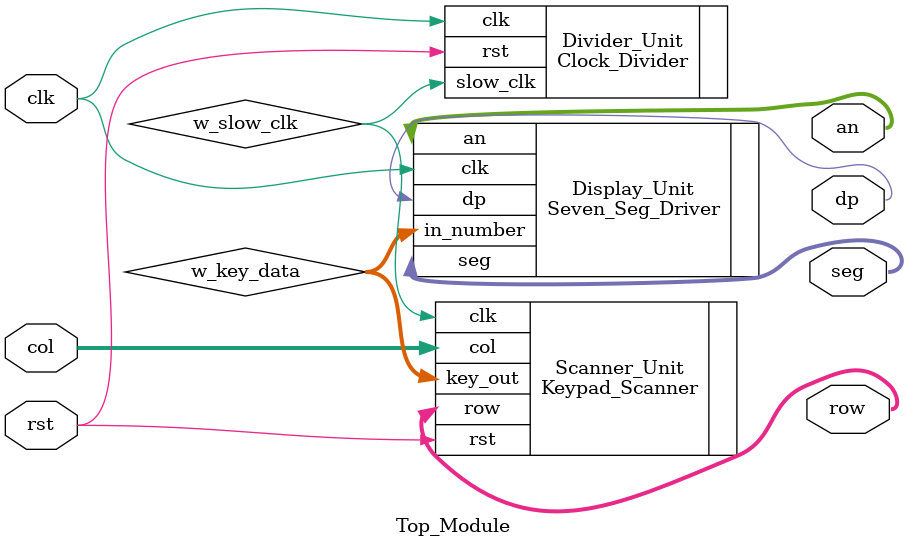
<source format=v>
`timescale 1ns / 1ps

module Top_Module(
    input clk,              // 100 MHz Sistem Saati
    input rst,              // Reset Butonu (btnC) - Ekraný temizlemek için þart!
    input [3:0] col,        // Keypad Sütunlarý (PMOD'dan gelir)
    output [3:0] row,       // Keypad Satýrlarý (PMOD'a gider)
    output [6:0] seg,       // 7-Segment Segmentler
    output [3:0] an,        // 7-Segment Anotlar
    output dp               // Nokta
    );

    // --- ÝÇ KABLOLAR (Wires) ---
    wire w_slow_clk;        // Clock Divider'dan çýkan yavaþ saat
    wire [3:0] w_key_data;  // Scanner'dan okunan HAFIZALI tuþ verisi

    // 1. Modül: Saat Bölücü
    // Scanner'ýn hýzýný belirler (2.5 Milyon / 20Hz civarý idealdir)
    Clock_Divider Divider_Unit (
        .clk(clk),
        .rst(rst),
        .slow_clk(w_slow_clk)
    );

    // 2. Modül: Keypad Tarayýcý (Yeni Resetli ve Hafýzalý Versiyon)
    // Debouncer olmadýðý için doðrudan bu modülden çýkan veriyi kullanacaðýz.
    Keypad_Scanner Scanner_Unit (
        .clk(w_slow_clk),   // Yavaþ saat
        .rst(rst),          // YENÝ: Hafýzayý silmek için reset lazým
        .col(col),          // Giriþ
        .row(row),          // Çýkýþ
        .key_out(w_key_data) // Tuþ verisi (Basýlmadýðýnda son deðeri korur)
    );

    // 3. Modül: Ekran Sürücü
    // Arada Debouncer YOK. Scanner çýkýþý direkt buraya giriyor.
    Seven_Seg_Driver Display_Unit (
        .clk(clk),           // 100 MHz (Kombinasyonel olduðu için fark etmez)
        .in_number(w_key_data), // DÝKKAT: Direkt w_key_data baðlandý
        .seg(seg),
        .an(an),
        .dp(dp)
    );

endmodule
</source>
